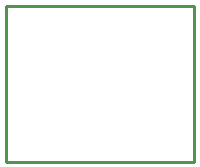
<source format=gko>
G04 EAGLE Gerber RS-274X export*
G75*
%MOMM*%
%FSLAX34Y34*%
%LPD*%
%IN*%
%IPPOS*%
%AMOC8*
5,1,8,0,0,1.08239X$1,22.5*%
G01*
%ADD10C,0.203200*%
%ADD11C,0.254000*%


D10*
X0Y0D02*
X158750Y0D01*
X158750Y132080D01*
X0Y132080D01*
X0Y0D01*
D11*
X0Y0D02*
X158750Y0D01*
X158750Y132080D01*
X0Y132080D01*
X0Y0D01*
M02*

</source>
